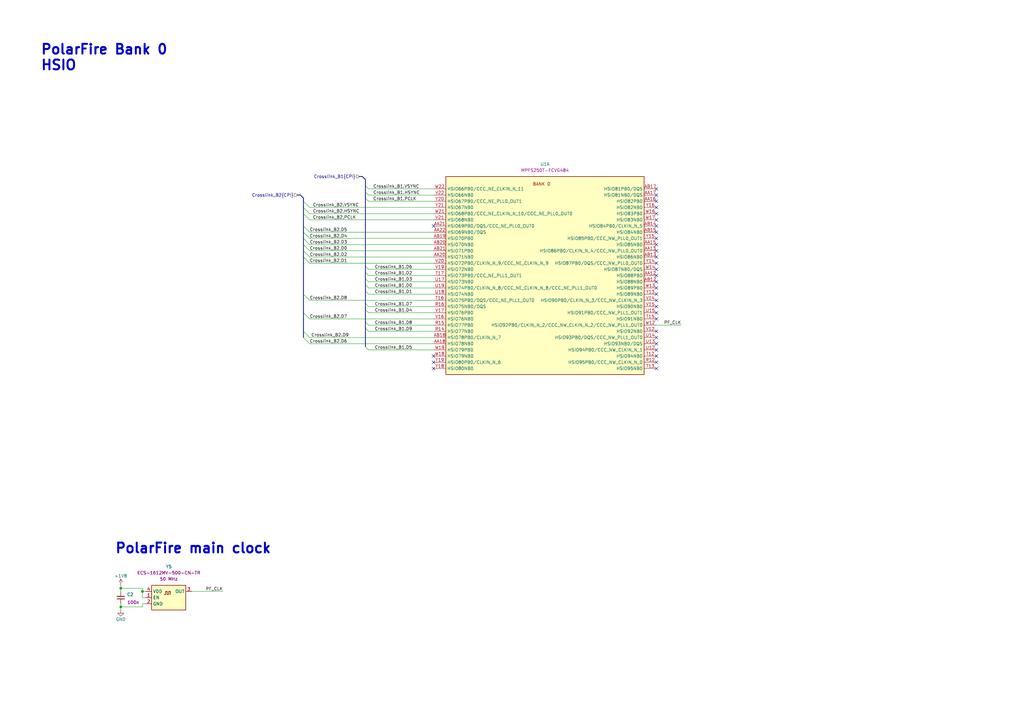
<source format=kicad_sch>
(kicad_sch (version 20231120) (generator "eeschema") (generator_version "8.0")
  (paper "A3")
  (title_block (title "PolarFire SoM") (date "2025-03-25") (rev "1.1.2") (company "Antmicro Ltd") (comment 1 "www.antmicro.com"))
  (bus_alias "SGMII" (members "TX0_P" "TX0_N" "RX0_P" "RX0_N"))
  (junction (at 49.53 248.92))
  (junction (at 58.42 242.57))
  (junction (at 49.53 241.3))
  (no_connect (at 269.24 82.55))
  (no_connect (at 177.8 92.71))
  (no_connect (at 269.24 80.01))
  (no_connect (at 269.24 148.59))
  (no_connect (at 177.8 148.59))
  (no_connect (at 269.24 105.41))
  (no_connect (at 177.8 146.05))
  (no_connect (at 177.8 151.13))
  (no_connect (at 269.24 128.27))
  (no_connect (at 269.24 130.81))
  (no_connect (at 269.24 110.49))
  (no_connect (at 269.24 92.71))
  (no_connect (at 269.24 95.25))
  (no_connect (at 269.24 85.09))
  (no_connect (at 269.24 100.33))
  (no_connect (at 269.24 87.63))
  (no_connect (at 269.24 97.79))
  (no_connect (at 269.24 90.17))
  (no_connect (at 269.24 77.47))
  (no_connect (at 269.24 138.43))
  (no_connect (at 269.24 115.57))
  (no_connect (at 269.24 135.89))
  (no_connect (at 269.24 113.03))
  (no_connect (at 269.24 118.11))
  (no_connect (at 269.24 102.87))
  (no_connect (at 269.24 151.13))
  (no_connect (at 269.24 143.51))
  (no_connect (at 269.24 140.97))
  (no_connect (at 269.24 125.73))
  (no_connect (at 269.24 123.19))
  (no_connect (at 269.24 120.65))
  (no_connect (at 269.24 146.05))
  (no_connect (at 269.24 107.95))
  (bus_entry (at 124.46 128.27) (size 2.54 2.54))
  (bus_entry (at 149.86 116.84) (size 1.27 1.27))
  (bus_entry (at 149.86 134.62) (size 1.27 1.27))
  (bus_entry (at 149.86 111.76) (size 1.27 1.27))
  (bus_entry (at 149.86 78.74) (size 1.27 1.27))
  (bus_entry (at 124.46 82.55) (size 2.54 2.54))
  (bus_entry (at 149.86 142.24) (size 1.27 1.27))
  (bus_entry (at 124.46 95.25) (size 2.54 2.54))
  (bus_entry (at 149.86 114.3) (size 1.27 1.27))
  (bus_entry (at 124.46 105.41) (size 2.54 2.54))
  (bus_entry (at 149.86 124.46) (size 1.27 1.27))
  (bus_entry (at 149.86 76.2) (size 1.27 1.27))
  (bus_entry (at 149.86 132.08) (size 1.27 1.27))
  (bus_entry (at 124.46 135.89) (size 2.54 2.54))
  (bus_entry (at 124.46 102.87) (size 2.54 2.54))
  (bus_entry (at 124.46 87.63) (size 2.54 2.54))
  (bus_entry (at 124.46 92.71) (size 2.54 2.54))
  (bus_entry (at 124.46 100.33) (size 2.54 2.54))
  (bus_entry (at 124.46 120.65) (size 2.54 2.54))
  (bus_entry (at 149.86 109.22) (size 1.27 1.27))
  (bus_entry (at 124.46 138.43) (size 2.54 2.54))
  (bus_entry (at 149.86 127) (size 1.27 1.27))
  (bus_entry (at 149.86 119.38) (size 1.27 1.27))
  (bus_entry (at 149.86 81.28) (size 1.27 1.27))
  (bus_entry (at 124.46 97.79) (size 2.54 2.54))
  (bus_entry (at 124.46 85.09) (size 2.54 2.54))
  (bus (pts (xy 124.46 81.28) (xy 123.19 80.01)))
  (wire (pts (xy 151.13 82.55) (xy 177.8 82.55)))
  (wire (pts (xy 127 138.43) (xy 177.8 138.43)))
  (wire (pts (xy 151.13 125.73) (xy 177.8 125.73)))
  (wire (pts (xy 151.13 118.11) (xy 177.8 118.11)))
  (wire (pts (xy 127 107.95) (xy 177.8 107.95)))
  (bus (pts (xy 124.46 95.25) (xy 124.46 97.79)))
  (wire (pts (xy 127 140.97) (xy 177.8 140.97)))
  (bus (pts (xy 149.86 132.08) (xy 149.86 134.62)))
  (bus (pts (xy 149.86 73.66) (xy 148.59 72.39)))
  (bus (pts (xy 124.46 81.28) (xy 124.46 82.55)))
  (bus (pts (xy 124.46 85.09) (xy 124.46 87.63)))
  (wire (pts (xy 127 130.81) (xy 177.8 130.81)))
  (wire (pts (xy 151.13 120.65) (xy 177.8 120.65)))
  (wire (pts (xy 58.42 247.65) (xy 58.42 248.92)))
  (bus (pts (xy 124.46 102.87) (xy 124.46 105.41)))
  (wire (pts (xy 151.13 128.27) (xy 177.8 128.27)))
  (bus (pts (xy 149.86 116.84) (xy 149.86 119.38)))
  (bus (pts (xy 124.46 92.71) (xy 124.46 95.25)))
  (wire (pts (xy 151.13 77.47) (xy 177.8 77.47)))
  (bus (pts (xy 149.86 134.62) (xy 149.86 142.24)))
  (wire (pts (xy 49.53 248.92) (xy 58.42 248.92)))
  (bus (pts (xy 124.46 105.41) (xy 124.46 120.65)))
  (bus (pts (xy 121.92 80.01) (xy 123.19 80.01)))
  (bus (pts (xy 124.46 120.65) (xy 124.46 128.27)))
  (wire (pts (xy 49.53 240.03) (xy 49.53 241.3)))
  (wire (pts (xy 127 95.25) (xy 177.8 95.25)))
  (wire (pts (xy 127 105.41) (xy 177.8 105.41)))
  (bus (pts (xy 124.46 135.89) (xy 124.46 138.43)))
  (wire (pts (xy 58.42 241.3) (xy 58.42 242.57)))
  (bus (pts (xy 149.86 114.3) (xy 149.86 116.84)))
  (wire (pts (xy 151.13 110.49) (xy 177.8 110.49)))
  (bus (pts (xy 149.86 119.38) (xy 149.86 124.46)))
  (wire (pts (xy 127 85.09) (xy 177.8 85.09)))
  (bus (pts (xy 149.86 76.2) (xy 149.86 78.74)))
  (wire (pts (xy 151.13 80.01) (xy 177.8 80.01)))
  (wire (pts (xy 58.42 245.11) (xy 58.42 242.57)))
  (bus (pts (xy 149.86 81.28) (xy 149.86 109.22)))
  (wire (pts (xy 151.13 115.57) (xy 177.8 115.57)))
  (bus (pts (xy 124.46 100.33) (xy 124.46 102.87)))
  (wire (pts (xy 127 90.17) (xy 177.8 90.17)))
  (bus (pts (xy 149.86 124.46) (xy 149.86 127)))
  (wire (pts (xy 127 87.63) (xy 177.8 87.63)))
  (wire (pts (xy 127 100.33) (xy 177.8 100.33)))
  (wire (pts (xy 151.13 133.35) (xy 177.8 133.35)))
  (wire (pts (xy 49.53 248.92) (xy 49.53 250.19)))
  (wire (pts (xy 49.53 247.65) (xy 49.53 248.92)))
  (bus (pts (xy 149.86 73.66) (xy 149.86 76.2)))
  (wire (pts (xy 279.4 133.35) (xy 269.24 133.35)))
  (bus (pts (xy 149.86 127) (xy 149.86 132.08)))
  (bus (pts (xy 124.46 128.27) (xy 124.46 135.89)))
  (wire (pts (xy 127 102.87) (xy 177.8 102.87)))
  (wire (pts (xy 58.42 242.57) (xy 59.69 242.57)))
  (wire (pts (xy 78.74 242.57) (xy 91.44 242.57)))
  (wire (pts (xy 59.69 247.65) (xy 58.42 247.65)))
  (wire (pts (xy 151.13 143.51) (xy 177.8 143.51)))
  (wire (pts (xy 151.13 113.03) (xy 177.8 113.03)))
  (bus (pts (xy 124.46 97.79) (xy 124.46 100.33)))
  (bus (pts (xy 124.46 87.63) (xy 124.46 92.71)))
  (wire (pts (xy 59.69 245.11) (xy 58.42 245.11)))
  (wire (pts (xy 151.13 135.89) (xy 177.8 135.89)))
  (bus (pts (xy 149.86 109.22) (xy 149.86 111.76)))
  (bus (pts (xy 147.32 72.39) (xy 148.59 72.39)))
  (bus (pts (xy 149.86 111.76) (xy 149.86 114.3)))
  (wire (pts (xy 127 97.79) (xy 177.8 97.79)))
  (wire (pts (xy 49.53 241.3) (xy 49.53 242.57)))
  (bus (pts (xy 149.86 78.74) (xy 149.86 81.28)))
  (wire (pts (xy 127 123.19) (xy 177.8 123.19)))
  (wire (pts (xy 49.53 241.3) (xy 58.42 241.3)))
  (bus (pts (xy 124.46 82.55) (xy 124.46 85.09)))
  (text "PolarFire main clock" (at 46.99 227.33 0) (effects (font (size 4 4) (thickness 0.8) (bold yes)) (justify left bottom)))
  (text "PolarFire Bank 0\nHSIO" (at 16.51 29.21 0) (effects (font (size 4 4) (thickness 0.8) (bold yes)) (justify left bottom)))
  (label "Crosslink_B1.D0" (at 153.67 118.11 0))
  (label "PF_CLK" (at 91.44 242.57 180))
  (label "Crosslink_B1.HSYNC" (at 153.035 80.01 0))
  (label "Crosslink_B2.D2" (at 127 105.41 0))
  (label "Crosslink_B1.D6" (at 153.67 110.49 0))
  (label "Crosslink_B2.VSYNC" (at 128.27 85.09 0))
  (label "Crosslink_B2.HSYNC" (at 128.27 87.63 0))
  (label "Crosslink_B2.D1" (at 127 107.95 0))
  (label "Crosslink_B1.D5" (at 153.67 143.51 0))
  (label "Crosslink_B2.D7" (at 127 130.81 0))
  (label "Crosslink_B2.D6" (at 127 140.97 0))
  (label "Crosslink_B2.PCLK" (at 128.27 90.17 0))
  (label "Crosslink_B1.D3" (at 153.67 115.57 0))
  (label "Crosslink_B1.D7" (at 153.67 125.73 0))
  (label "Crosslink_B2.D0" (at 127 102.87 0))
  (label "Crosslink_B1.PCLK" (at 153.035 82.55 0))
  (label "Crosslink_B1.D9" (at 153.67 135.89 0))
  (label "Crosslink_B1.D2" (at 153.67 113.03 0))
  (label "Crosslink_B1.D4" (at 153.67 128.27 0))
  (label "Crosslink_B2.D5" (at 127 95.25 0))
  (label "Crosslink_B2.D9" (at 127.635 138.43 0))
  (label "Crosslink_B2.D4" (at 127 97.79 0))
  (label "Crosslink_B2.D3" (at 127 100.33 0))
  (label "Crosslink_B2.D8" (at 127 123.19 0))
  (label "Crosslink_B1.D1" (at 153.67 120.65 0))
  (label "Crosslink_B1.VSYNC" (at 153.035 77.47 0))
  (label "PF_CLK" (at 279.4 133.35 180))
  (label "Crosslink_B1.D8" (at 153.67 133.35 0))
  (hierarchical_label "Crosslink_B1{CPI}" (shape input) (at 147.32 72.39 180))
  (hierarchical_label "Crosslink_B2{CPI}" (shape input) (at 121.92 80.01 180))
  (symbol (lib_id "antmicroFPGAChips:MPFS250T-FCVG484") (at 177.8 77.47 0) (unit 1)
    (property "Reference" "U1" (at 223.52 67.31 0))
    (property "Value" "MPFS250T-FCVG484" (effects (hide yes)))
    (property "Footprint" "antmicro-footprints:BGA-484_19x19mm_Layout22x22_P0.8mm-microchip-technology-mpfs250t-fcvg484" (effects (hide yes)))
    (property "Datasheet" "https://www.microsemi.com/document-portal/doc_download/1244583-polarfire-soc-advance-datasheet" (effects (hide yes)))
    (property "Description" "RISC-V System On Chip (SOC) IC PolarFire® FPGA - 254K Logic Modules 484-FCBGA (19x19)" (effects (hide yes)))
    (property "MPN" "MPFS250T-FCVG484" (at 223.52 69.85 0))
    (property "Manufacturer" "Microchip Technology" (effects (hide yes)))
    (property "VSD_class" "MPFS250T" (effects (hide yes)))
    (property "Author" "Antmicro" (effects (hide yes)))
    (property "License" "Apache-2.0" (effects (hide yes)))
  )
  (symbol (lib_id "antmicropower:GND") (at 49.53 250.19 0) (unit 1)
    (property "Reference" "#PWR0165" (effects (hide yes)))
    (property "Value" "GND" (at 49.53 254 0))
    (property "Author" "Antmicro" (effects (hide yes)))
    (property "License" "Apache-2.0" (effects (hide yes)))
  )
  (symbol (lib_id "antmicroCapacitors0402:C_100n_0402") (at 49.53 247.65 90) (unit 1)
    (property "Reference" "C2" (at 52.07 243.84 90) (effects (justify right)))
    (property "Value" "C_100n_0402" (effects (hide yes)))
    (property "Footprint" "antmicro-footprints:C_0402_1005Metric" (effects (hide yes)))
    (property "Datasheet" "https://www.murata.com/products/productdetail?partno=GRM155R61H104KE14%23" (effects (hide yes)))
    (property "Description" "SMD Multilayer Ceramic Capacitor, 0.1 µF, 50 V, 0402 [1005 Metric], ± 10%, X5R, GRM Series" (effects (hide yes)))
    (property "MPN" "GRM155R61H104KE14D" (effects (hide yes)))
    (property "Manufacturer" "Murata" (effects (hide yes)))
    (property "License" "Apache-2.0" (effects (hide yes)))
    (property "Author" "Antmicro" (effects (hide yes)))
    (property "Val" "100n" (at 57.15 246.38 90) (effects (justify left bottom)))
    (property "Voltage" "50V" (effects (hide yes)))
    (property "Dielectric" "X5R" (effects (hide yes)))
  )
  (symbol (lib_id "antmicroOscillators:Oscillator_50MHz_ECS_1612MV") (at 59.69 242.57 0) (unit 1)
    (property "Reference" "Y5" (at 69.215 232.41 0))
    (property "Value" "Oscillator_50MHz_ECS_1612MV" (effects (hide yes)))
    (property "Footprint" "antmicro-footprints:Oscillator_SMD_ECS_1612MV_1.6x1.2x0.6mm" (effects (hide yes)))
    (property "Datasheet" "https://ecsxtal.com/store/pdf/ECS-1612MV.pdf" (effects (hide yes)))
    (property "Description" "50 MHz XO (Standard) CMOS Oscillator 1.6V ~ 3.63V Standby 4-SMD, No Lead" (effects (hide yes)))
    (property "MPN" "ECS-1612MV-500-CN-TR" (at 69.215 234.95 0))
    (property "Manufacturer" "ECS Inc. International" (effects (hide yes)))
    (property "Val" "50 MHz" (at 69.215 237.49 0))
    (property "Author" "Antmicro" (effects (hide yes)))
    (property "License" "Apache-2.0" (effects (hide yes)))
  )
  (symbol (lib_id "antmicropower:+1V8") (at 49.53 240.03 0) (unit 1)
    (property "Reference" "#PWR0152" (effects (hide yes)))
    (property "Value" "+1V8" (at 49.53 236.22 0))
    (property "Author" "Antmicro" (effects (hide yes)))
    (property "License" "Apache-2.0" (effects (hide yes)))
  )
)
</source>
